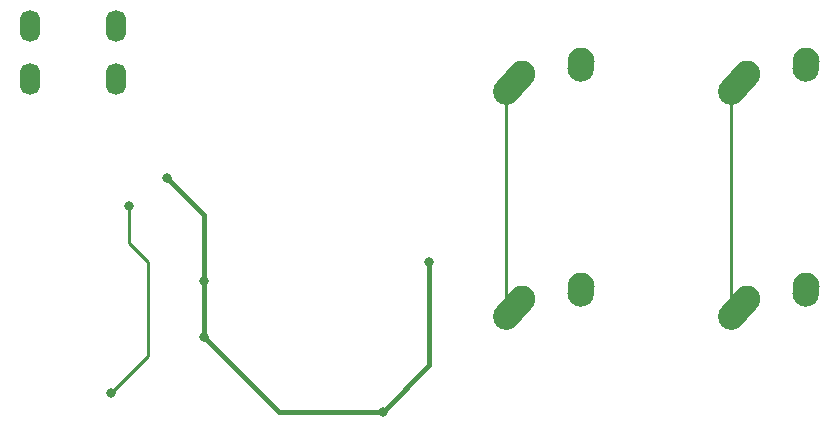
<source format=gbr>
%TF.GenerationSoftware,KiCad,Pcbnew,7.0.6*%
%TF.CreationDate,2023-07-07T23:43:39+02:00*%
%TF.ProjectId,ai03-pcb-guide,61693033-2d70-4636-922d-67756964652e,rev?*%
%TF.SameCoordinates,Original*%
%TF.FileFunction,Copper,L1,Top*%
%TF.FilePolarity,Positive*%
%FSLAX46Y46*%
G04 Gerber Fmt 4.6, Leading zero omitted, Abs format (unit mm)*
G04 Created by KiCad (PCBNEW 7.0.6) date 2023-07-07 23:43:39*
%MOMM*%
%LPD*%
G01*
G04 APERTURE LIST*
G04 Aperture macros list*
%AMHorizOval*
0 Thick line with rounded ends*
0 $1 width*
0 $2 $3 position (X,Y) of the first rounded end (center of the circle)*
0 $4 $5 position (X,Y) of the second rounded end (center of the circle)*
0 Add line between two ends*
20,1,$1,$2,$3,$4,$5,0*
0 Add two circle primitives to create the rounded ends*
1,1,$1,$2,$3*
1,1,$1,$4,$5*%
G04 Aperture macros list end*
%TA.AperFunction,ComponentPad*%
%ADD10HorizOval,2.250000X0.655001X0.730000X-0.655001X-0.730000X0*%
%TD*%
%TA.AperFunction,ComponentPad*%
%ADD11C,2.250000*%
%TD*%
%TA.AperFunction,ComponentPad*%
%ADD12HorizOval,2.250000X0.020000X0.290000X-0.020000X-0.290000X0*%
%TD*%
%TA.AperFunction,ComponentPad*%
%ADD13O,1.700000X2.700000*%
%TD*%
%TA.AperFunction,ViaPad*%
%ADD14C,0.800000*%
%TD*%
%TA.AperFunction,Conductor*%
%ADD15C,0.381000*%
%TD*%
%TA.AperFunction,Conductor*%
%ADD16C,0.254000*%
%TD*%
G04 APERTURE END LIST*
D10*
%TO.P,MX2,1,COL*%
%TO.N,COL1*%
X160357501Y-101505000D03*
D11*
X161012500Y-100775000D03*
D12*
%TO.P,MX2,2,ROW*%
%TO.N,Net-(D2-A)*%
X166032500Y-99985000D03*
D11*
X166052500Y-99695000D03*
%TD*%
D10*
%TO.P,MX4,1,COL*%
%TO.N,COL1*%
X160357501Y-120555000D03*
D11*
X161012500Y-119825000D03*
D12*
%TO.P,MX4,2,ROW*%
%TO.N,Net-(D4-A)*%
X166032500Y-119035000D03*
D11*
X166052500Y-118745000D03*
%TD*%
D10*
%TO.P,MX3,1,COL*%
%TO.N,COL0*%
X141307501Y-120555000D03*
D11*
X141962500Y-119825000D03*
D12*
%TO.P,MX3,2,ROW*%
%TO.N,Net-(D3-A)*%
X146982500Y-119035000D03*
D11*
X147002500Y-118745000D03*
%TD*%
D10*
%TO.P,MX1,1,COL*%
%TO.N,COL0*%
X141307501Y-101505000D03*
D11*
X141962500Y-100775000D03*
D12*
%TO.P,MX1,2,ROW*%
%TO.N,Net-(D1-A)*%
X146982500Y-99985000D03*
D11*
X147002500Y-99695000D03*
%TD*%
D13*
%TO.P,USB1,6,SHIELD*%
%TO.N,unconnected-(USB1-SHIELD-Pad6)*%
X107631250Y-96718750D03*
X100331250Y-96718750D03*
X107631250Y-101218750D03*
X100331250Y-101218750D03*
%TD*%
D14*
%TO.N,+5V*%
X115093750Y-118268750D03*
X111918750Y-109537500D03*
X115093750Y-123031250D03*
X134143750Y-116681250D03*
X130175000Y-129381250D03*
%TO.N,Net-(U1-~{RESET})*%
X108743750Y-111918750D03*
X107156250Y-127793750D03*
%TD*%
D15*
%TO.N,+5V*%
X134143750Y-116681250D02*
X134143750Y-125412500D01*
X115093750Y-123031250D02*
X115093750Y-118268750D01*
X130175000Y-129381250D02*
X121443750Y-129381250D01*
X121443750Y-129381250D02*
X115093750Y-123031250D01*
X115093750Y-112712500D02*
X111918750Y-109537500D01*
X134143750Y-125412500D02*
X130175000Y-129381250D01*
X115093750Y-118268750D02*
X115093750Y-112712500D01*
D16*
%TO.N,COL0*%
X140652500Y-121285000D02*
X140652500Y-102235000D01*
%TO.N,COL1*%
X159702500Y-121285000D02*
X159702500Y-102235000D01*
%TO.N,Net-(U1-~{RESET})*%
X110331250Y-124618750D02*
X107156250Y-127793750D01*
X108743750Y-111918750D02*
X108743750Y-115093750D01*
X108743750Y-115093750D02*
X110331250Y-116681250D01*
X110331250Y-116681250D02*
X110331250Y-124618750D01*
%TD*%
M02*

</source>
